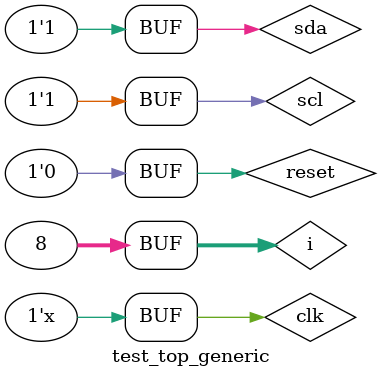
<source format=v>
`timescale 1ns / 1ps

module test_top_generic;

    reg clk = 0;
    reg sda = 1;
    reg scl = 1;
    reg reset = 0;
    wire tx;

    top_generic i_top_generic
    (
        .clk(clk),
        .reset(reset),
        .scl(scl),
        .sda(sda),
        .tx(tx)
    );
    
    defparam i_top_generic.i_buffered_uart.i_uart_tx.UART_COUNTS_PER_BIT = 1;   

    localparam CLK_HALF_CYCLE = 5;
    localparam CLK_FULL_CYCLE = CLK_HALF_CYCLE * 2;
    localparam I2C_QUARTER_CYCLE = CLK_FULL_CYCLE * 16;
    localparam I2C_HALF_CYCLE = I2C_QUARTER_CYCLE * 2;
    integer i = 0;
    initial
    begin
        reset = 1;
        // get past global reset period (GSR)
        #100    
        reset = 0;
        // Start condition - sda fall during SCL high
        #I2C_QUARTER_CYCLE;
        sda = 0;
        // SCL low after delay to start data cycle
        #I2C_QUARTER_CYCLE;
        scl = 0;
        // delay for next data change
        #I2C_QUARTER_CYCLE;
        // Loop for data
        for (i = 0; i < 8; i = i + 1)
        begin 
            // Set data           
            sda = 1;
            // Toggle clock after delay
            #I2C_QUARTER_CYCLE;
            scl = 1;
            #I2C_HALF_CYCLE;
            scl = 0;
            // delay for next data or ACK/NACK
            #I2C_QUARTER_CYCLE;
        end 
        // Set ACK and toggle clock again.
        sda = 0;
        #I2C_QUARTER_CYCLE;
        scl = 1;
        #I2C_HALF_CYCLE;
        scl = 0;
        // delay for data change
        #I2C_QUARTER_CYCLE;
        // Keep data at zero as we want a rise for stop condition
        sda = 0;
        // Clock rise after delay
        #I2C_QUARTER_CYCLE;
        scl = 1;
        // Stop condition after delay.
        #I2C_QUARTER_CYCLE;
        sda = 1;
        // SDA back to idle state after delay
        //#I2C_QUARTER_CYCLE;
        //sda = 1;
        
    end
    
    always begin
        #CLK_HALF_CYCLE clk = ~clk;
    end

endmodule

</source>
